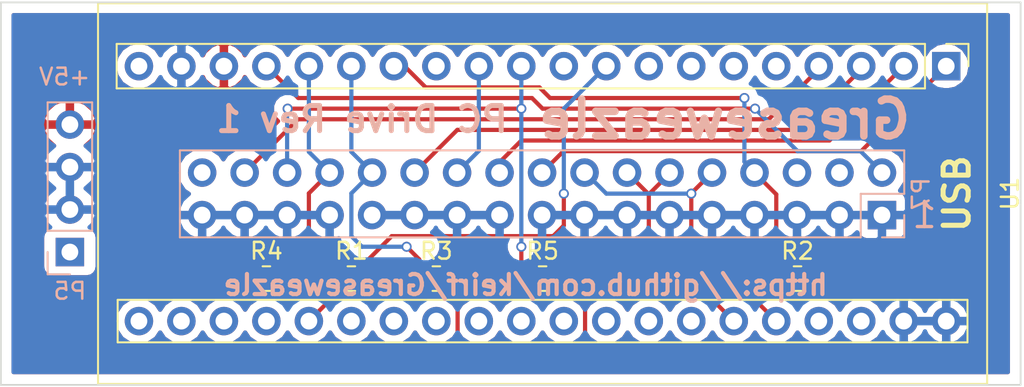
<source format=kicad_pcb>
(kicad_pcb (version 20211014) (generator pcbnew)
  (layers (0 "F.Cu" signal) (31 "B.Cu" signal) (34 "B.Paste" user) (35 "F.Paste" user) (36 "B.SilkS" user "B.Silkscreen") (37 "F.SilkS" user "F.Silkscreen") (38 "B.Mask" user) (39 "F.Mask" user) (44 "Edge.Cuts" user))
  (net 0 "")
  (net 1 "+5V")
  (net 2 "GND")
  (net 3 "/_MTR")
  (net 4 "/_INDEX")
  (net 5 "/_DIR")
  (net 6 "/_STEP")
  (net 7 "/_DKWD")
  (net 8 "/_DKWE")
  (net 9 "/_TRK0")
  (net 10 "/_WRPROT")
  (net 11 "/_DKRD")
  (net 12 "/_SIDE")
  (net 13 "/_DENSEL")
  (net 14 "/_SEL")
  (net 15 "/USB_CONN")
  (net 16 "/USB_DP")
  (net 24 "/SER_TX")
  (net 26 "/SER_RX")
  (net 28 "/USB_DM")
  (footprint "Resistor_SMD:R_0805_2012Metric_Pad1.20x1.40mm_HandSolder" (layer "F.Cu") (at 142.875 110.49 180)
    (fp_text reference "R3" (at 0 1.651 180) (layer "F.SilkS"))
    (fp_text value "1K")
    (fp_line (start -0.227064 0.735) (end 0.227064 0.735) (layer "F.SilkS") (width 0.12))
    (fp_line (start -0.227064 -0.735) (end 0.227064 -0.735) (layer "F.SilkS") (width 0.12))
    (pad "1" smd roundrect (at -1 0 180) (size 1.2 1.4) (layers "F.Cu" "F.Paste" "F.Mask") (roundrect_rratio 0.208333) (net 1 "+5V"))
    (pad "2" smd roundrect (at 1 0 180) (size 1.2 1.4) (layers "F.Cu" "F.Paste" "F.Mask") (roundrect_rratio 0.208333) (net 9 "/_TRK0"))
  )
  (footprint "Resistor_SMD:R_0805_2012Metric_Pad1.20x1.40mm_HandSolder" (layer "F.Cu") (at 132.715 110.49)
    (fp_text reference "R4" (at 0 -1.65) (layer "F.SilkS"))
    (fp_text value "1K")
    (fp_line (start -0.227064 -0.735) (end 0.227064 -0.735) (layer "F.SilkS") (width 0.12))
    (fp_line (start -0.227064 0.735) (end 0.227064 0.735) (layer "F.SilkS") (width 0.12))
    (pad "1" smd roundrect (at -1 0) (size 1.2 1.4) (layers "F.Cu" "F.Paste" "F.Mask") (roundrect_rratio 0.208333) (net 1 "+5V"))
    (pad "2" smd roundrect (at 1 0) (size 1.2 1.4) (layers "F.Cu" "F.Paste" "F.Mask") (roundrect_rratio 0.208333) (net 10 "/_WRPROT"))
  )
  (footprint "Resistor_SMD:R_0805_2012Metric_Pad1.20x1.40mm_HandSolder" (layer "F.Cu") (at 149.225 110.49 180)
    (fp_text reference "R5" (at 0 1.651 180) (layer "F.SilkS"))
    (fp_text value "1K")
    (fp_line (start -0.227064 -0.735) (end 0.227064 -0.735) (layer "F.SilkS") (width 0.12))
    (fp_line (start -0.227064 0.735) (end 0.227064 0.735) (layer "F.SilkS") (width 0.12))
    (pad "1" smd roundrect (at -1 0 180) (size 1.2 1.4) (layers "F.Cu" "F.Paste" "F.Mask") (roundrect_rratio 0.208333) (net 1 "+5V"))
    (pad "2" smd roundrect (at 1 0 180) (size 1.2 1.4) (layers "F.Cu" "F.Paste" "F.Mask") (roundrect_rratio 0.208333) (net 11 "/_DKRD"))
  )
  (footprint "Resistor_SMD:R_0805_2012Metric_Pad1.20x1.40mm_HandSolder" (layer "F.Cu") (at 137.795 110.49)
    (fp_text reference "R1" (at 0 -1.65) (layer "F.SilkS"))
    (fp_text value "1.5K")
    (fp_line (start -0.227064 -0.735) (end 0.227064 -0.735) (layer "F.SilkS") (width 0.12))
    (fp_line (start -0.227064 0.735) (end 0.227064 0.735) (layer "F.SilkS") (width 0.12))
    (pad "1" smd roundrect (at -1 0) (size 1.2 1.4) (layers "F.Cu" "F.Paste" "F.Mask") (roundrect_rratio 0.208333) (net 15 "/USB_CONN"))
    (pad "2" smd roundrect (at 1 0) (size 1.2 1.4) (layers "F.Cu" "F.Paste" "F.Mask") (roundrect_rratio 0.208333) (net 16 "/USB_DP"))
  )
  (footprint "Resistor_SMD:R_0805_2012Metric_Pad1.20x1.40mm_HandSolder" (layer "F.Cu") (at 164.465 110.49 180)
    (fp_text reference "R2" (at 0 1.651 180) (layer "F.SilkS"))
    (fp_text value "1K")
    (fp_line (start -0.227064 0.735) (end 0.227064 0.735) (layer "F.SilkS") (width 0.12))
    (fp_line (start -0.227064 -0.735) (end 0.227064 -0.735) (layer "F.SilkS") (width 0.12))
    (pad "1" smd roundrect (at -1 0 180) (size 1.2 1.4) (layers "F.Cu" "F.Paste" "F.Mask") (roundrect_rratio 0.208333) (net 1 "+5V"))
    (pad "2" smd roundrect (at 1 0 180) (size 1.2 1.4) (layers "F.Cu" "F.Paste" "F.Mask") (roundrect_rratio 0.208333) (net 4 "/_INDEX"))
  )
  (footprint "Footprints:YAAJ_BluePill_2" (layer "F.Cu") (at 173.355 97.79 -90)
    (fp_text reference "U1" (at 7.62 -3.81 -90) (layer "F.SilkS"))
    (fp_text value "YAAJ_BluePill_Part_Like" hide)
    (fp_line (start -1.33 49.59) (end -1.33 1.27) (layer "F.SilkS") (width 0.12))
    (fp_line (start 16.51 -1.27) (end 16.51 49.53) (layer "F.SilkS") (width 0.12))
    (fp_line (start -3.755 -2.445) (end 18.995 -2.445) (layer "F.SilkS") (width 0.12))
    (fp_line (start 18.995 -2.445) (end 18.995 50.705) (layer "F.SilkS") (width 0.12))
    (fp_line (start -1.33 -1.33) (end 0 -1.33) (layer "F.SilkS") (width 0.12))
    (fp_line (start 1.33 49.59) (end -1.33 49.59) (layer "F.SilkS") (width 0.12))
    (fp_line (start 13.97 49.53) (end 13.97 -1.27) (layer "F.SilkS") (width 0.12))
    (fp_line (start -1.33 0) (end -1.33 -1.33) (layer "F.SilkS") (width 0.12))
    (fp_line (start 16.51 49.53) (end 13.97 49.53) (layer "F.SilkS") (width 0.12))
    (fp_line (start 18.995 50.705) (end -3.755 50.705) (layer "F.SilkS") (width 0.12))
    (fp_line (start -1.33 1.27) (end 1.33 1.27) (layer "F.SilkS") (width 0.12))
    (fp_line (start -3.755 50.705) (end -3.755 -2.445) (layer "F.SilkS") (width 0.12))
    (fp_line (start 1.33 1.27) (end 1.33 49.59) (layer "F.SilkS") (width 0.12))
    (fp_line (start 13.97 -1.27) (end 16.51 -1.27) (layer "F.SilkS") (width 0.12))
    (pad "1" thru_hole rect (at 0 0 270) (size 1.7 1.7) (drill 1) (layers *.Cu *.Mask) (net 5 "/_DIR"))
    (pad "2" thru_hole circle (at 0 2.54 270) (size 1.7 1.7) (drill 1) (layers *.Cu *.Mask) (net 6 "/_STEP"))
    (pad "3" thru_hole circle (at 0 5.08 270) (size 1.7 1.7) (drill 1) (layers *.Cu *.Mask) (net 8 "/_DKWE"))
    (pad "4" thru_hole circle (at 0 7.62 270) (size 1.7 1.7) (drill 1) (layers *.Cu *.Mask) (net 12 "/_SIDE"))
    (pad "5" thru_hole circle (at 0 10.16 270) (size 1.7 1.7) (drill 1) (layers *.Cu *.Mask))
    (pad "6" thru_hole circle (at 0 12.7 270) (size 1.7 1.7) (drill 1) (layers *.Cu *.Mask) (net 24 "/SER_TX"))
    (pad "7" thru_hole circle (at 0 15.24 270) (size 1.7 1.7) (drill 1) (layers *.Cu *.Mask) (net 26 "/SER_RX"))
    (pad "8" thru_hole circle (at 0 17.78 270) (size 1.7 1.7) (drill 1) (layers *.Cu *.Mask) (net 28 "/USB_DM"))
    (pad "9" thru_hole circle (at 0 20.32 270) (size 1.7 1.7) (drill 1) (layers *.Cu *.Mask) (net 16 "/USB_DP"))
    (pad "10" thru_hole circle (at 0 22.86 270) (size 1.7 1.7) (drill 1) (layers *.Cu *.Mask))
    (pad "11" thru_hole circle (at 0 25.4 270) (size 1.7 1.7) (drill 1) (layers *.Cu *.Mask) (net 11 "/_DKRD"))
    (pad "12" thru_hole circle (at 0 27.94 270) (size 1.7 1.7) (drill 1) (layers *.Cu *.Mask) (net 7 "/_DKWD"))
    (pad "13" thru_hole circle (at 0 30.48 270) (size 1.7 1.7) (drill 1) (layers *.Cu *.Mask))
    (pad "14" thru_hole circle (at 0 33.02 270) (size 1.7 1.7) (drill 1) (layers *.Cu *.Mask) (net 4 "/_INDEX"))
    (pad "15" thru_hole circle (at 0 35.56 270) (size 1.7 1.7) (drill 1) (layers *.Cu *.Mask) (net 9 "/_TRK0"))
    (pad "16" thru_hole circle (at 0 38.1 270) (size 1.7 1.7) (drill 1) (layers *.Cu *.Mask) (net 10 "/_WRPROT"))
    (pad "17" thru_hole circle (at 0 40.64 270) (size 1.7 1.7) (drill 1) (layers *.Cu *.Mask) (net 13 "/_DENSEL"))
    (pad "18" thru_hole circle (at 0 43.18 270) (size 1.7 1.7) (drill 1) (layers *.Cu *.Mask) (net 1 "+5V"))
    (pad "19" thru_hole circle (at 0 45.72 270) (size 1.7 1.7) (drill 1) (layers *.Cu *.Mask) (net 2 "GND"))
    (pad "20" thru_hole circle (at 0 48.26 270) (size 1.7 1.7) (drill 1) (layers *.Cu *.Mask))
    (pad "21" thru_hole circle (at 15.24 48.26 270) (size 1.7 1.7) (drill 1) (layers *.Cu *.Mask))
    (pad "22" thru_hole circle (at 15.24 45.72 270) (size 1.7 1.7) (drill 1) (layers *.Cu *.Mask))
    (pad "23" thru_hole circle (at 15.24 43.18 270) (size 1.7 1.7) (drill 1) (layers *.Cu *.Mask))
    (pad "24" thru_hole circle (at 15.24 40.64 270) (size 1.7 1.7) (drill 1) (layers *.Cu *.Mask))
    (pad "25" thru_hole circle (at 15.24 38.1 270) (size 1.7 1.7) (drill 1) (layers *.Cu *.Mask) (net 15 "/USB_CONN"))
    (pad "26" thru_hole circle (at 15.24 35.56 270) (size 1.7 1.7) (drill 1) (layers *.Cu *.Mask))
    (pad "27" thru_hole circle (at 15.24 33.02 270) (size 1.7 1.7) (drill 1) (layers *.Cu *.Mask))
    (pad "28" thru_hole circle (at 15.24 30.48 270) (size 1.7 1.7) (drill 1) (layers *.Cu *.Mask))
    (pad "29" thru_hole circle (at 15.24 27.94 270) (size 1.7 1.7) (drill 1) (layers *.Cu *.Mask))
    (pad "30" thru_hole circle (at 15.24 25.4 270) (size 1.7 1.7) (drill 1) (layers *.Cu *.Mask))
    (pad "31" thru_hole circle (at 15.24 22.86 270) (size 1.7 1.7) (drill 1) (layers *.Cu *.Mask))
    (pad "32" thru_hole circle (at 15.24 20.32 270) (size 1.7 1.7) (drill 1) (layers *.Cu *.Mask))
    (pad "33" thru_hole circle (at 15.24 17.78 270) (size 1.7 1.7) (drill 1) (layers *.Cu *.Mask))
    (pad "34" thru_hole circle (at 15.24 15.24 270) (size 1.7 1.7) (drill 1) (layers *.Cu *.Mask))
    (pad "35" thru_hole circle (at 15.24 12.7 270) (size 1.7 1.7) (drill 1) (layers *.Cu *.Mask) (net 14 "/_SEL"))
    (pad "36" thru_hole circle (at 15.24 10.16 270) (size 1.7 1.7) (drill 1) (layers *.Cu *.Mask) (net 3 "/_MTR"))
    (pad "37" thru_hole circle (at 15.24 7.62 270) (size 1.7 1.7) (drill 1) (layers *.Cu *.Mask))
    (pad "38" thru_hole circle (at 15.24 5.08 270) (size 1.7 1.7) (drill 1) (layers *.Cu *.Mask))
    (pad "39" thru_hole circle (at 15.24 2.54 270) (size 1.7 1.7) (drill 1) (layers *.Cu *.Mask) (net 2 "GND"))
    (pad "40" thru_hole circle (at 15.24 0 270) (size 1.7 1.7) (drill 1) (layers *.Cu *.Mask) (net 2 "GND"))
  )
  (footprint "Connector_PinHeader_2.54mm:PinHeader_1x04_P2.54mm_Vertical" (layer "B.Cu") (at 120.9675 108.9025)
    (fp_text reference "P5" (at 0 2.33 180) (layer "B.SilkS") (effects (justify mirror)))
    (fp_text value "POWER")
    (fp_line (start -1.33 -1.27) (end 1.33 -1.27) (layer "B.SilkS") (width 0.12))
    (fp_line (start 1.33 -1.27) (end 1.33 -8.95) (layer "B.SilkS") (width 0.12))
    (fp_line (start -1.33 -8.95) (end 1.33 -8.95) (layer "B.SilkS") (width 0.12))
    (fp_line (start -1.33 -1.27) (end -1.33 -8.95) (layer "B.SilkS") (width 0.12))
    (fp_line (start -1.33 0) (end -1.33 1.33) (layer "B.SilkS") (width 0.12))
    (fp_line (start -1.33 1.33) (end 0 1.33) (layer "B.SilkS") (width 0.12))
    (pad "1" thru_hole rect (at 0 0) (size 1.7 1.7) (drill 1) (layers *.Cu *.Mask))
    (pad "2" thru_hole oval (at 0 -2.54) (size 1.7 1.7) (drill 1) (layers *.Cu *.Mask) (net 2 "GND"))
    (pad "3" thru_hole oval (at 0 -5.08) (size 1.7 1.7) (drill 1) (layers *.Cu *.Mask) (net 2 "GND"))
    (pad "4" thru_hole oval (at 0 -7.62) (size 1.7 1.7) (drill 1) (layers *.Cu *.Mask) (net 1 "+5V"))
  )
  (footprint "Connector_PinHeader_2.54mm:PinHeader_2x17_P2.54mm_Vertical" (layer "B.Cu") (at 169.514 106.69284 90)
    (fp_text reference "P7" (at 1.27 2.33 270) (layer "B.SilkS") (effects (justify mirror)))
    (fp_text value "FLOPPY")
    (fp_line (start 1.27 -1.27) (end 1.27 1.33) (layer "B.SilkS") (width 0.12))
    (fp_line (start -1.33 -1.27) (end 1.27 -1.27) (layer "B.SilkS") (width 0.12))
    (fp_line (start 1.27 1.33) (end 3.87 1.33) (layer "B.SilkS") (width 0.12))
    (fp_line (start -1.33 -1.27) (end -1.33 -41.97) (layer "B.SilkS") (width 0.12))
    (fp_line (start -1.33 -41.97) (end 3.87 -41.97) (layer "B.SilkS") (width 0.12))
    (fp_line (start 3.87 1.33) (end 3.87 -41.97) (layer "B.SilkS") (width 0.12))
    (fp_line (start -1.33 0) (end -1.33 1.33) (layer "B.SilkS") (width 0.12))
    (fp_line (start -1.33 1.33) (end 0 1.33) (layer "B.SilkS") (width 0.12))
    (pad "1" thru_hole rect (at 0 0 90) (size 1.7 1.7) (drill 1) (layers *.Cu *.Mask) (net 2 "GND"))
    (pad "2" thru_hole oval (at 2.54 0 90) (size 1.7 1.7) (drill 1) (layers *.Cu *.Mask) (net 13 "/_DENSEL"))
    (pad "3" thru_hole oval (at 0 -2.54 90) (size 1.7 1.7) (drill 1) (layers *.Cu *.Mask) (net 2 "GND"))
    (pad "4" thru_hole oval (at 2.54 -2.54 90) (size 1.7 1.7) (drill 1) (layers *.Cu *.Mask))
    (pad "5" thru_hole oval (at 0 -5.08 90) (size 1.7 1.7) (drill 1) (layers *.Cu *.Mask) (net 2 "GND"))
    (pad "6" thru_hole oval (at 2.54 -5.08 90) (size 1.7 1.7) (drill 1) (layers *.Cu *.Mask))
    (pad "7" thru_hole oval (at 0 -7.62 90) (size 1.7 1.7) (drill 1) (layers *.Cu *.Mask) (net 2 "GND"))
    (pad "8" thru_hole oval (at 2.54 -7.62 90) (size 1.7 1.7) (drill 1) (layers *.Cu *.Mask) (net 4 "/_INDEX"))
    (pad "9" thru_hole oval (at 0 -10.16 90) (size 1.7 1.7) (drill 1) (layers *.Cu *.Mask) (net 2 "GND"))
    (pad "10" thru_hole oval (at 2.54 -10.16 90) (size 1.7 1.7) (drill 1) (layers *.Cu *.Mask) (net 3 "/_MTR"))
    (pad "11" thru_hole oval (at 0 -12.7 90) (size 1.7 1.7) (drill 1) (layers *.Cu *.Mask) (net 2 "GND"))
    (pad "12" thru_hole oval (at 2.54 -12.7 90) (size 1.7 1.7) (drill 1) (layers *.Cu *.Mask) (net 14 "/_SEL"))
    (pad "13" thru_hole oval (at 0 -15.24 90) (size 1.7 1.7) (drill 1) (layers *.Cu *.Mask) (net 2 "GND"))
    (pad "14" thru_hole oval (at 2.54 -15.24 90) (size 1.7 1.7) (drill 1) (layers *.Cu *.Mask) (net 14 "/_SEL"))
    (pad "15" thru_hole oval (at 0 -17.78 90) (size 1.7 1.7) (drill 1) (layers *.Cu *.Mask) (net 2 "GND"))
    (pad "16" thru_hole oval (at 2.54 -17.78 90) (size 1.7 1.7) (drill 1) (layers *.Cu *.Mask) (net 3 "/_MTR"))
    (pad "17" thru_hole oval (at 0 -20.32 90) (size 1.7 1.7) (drill 1) (layers *.Cu *.Mask) (net 2 "GND"))
    (pad "18" thru_hole oval (at 2.54 -20.32 90) (size 1.7 1.7) (drill 1) (layers *.Cu *.Mask) (net 5 "/_DIR"))
    (pad "19" thru_hole oval (at 0 -22.86 90) (size 1.7 1.7) (drill 1) (layers *.Cu *.Mask) (net 2 "GND"))
    (pad "20" thru_hole oval (at 2.54 -22.86 90) (size 1.7 1.7) (drill 1) (layers *.Cu *.Mask) (net 6 "/_STEP"))
    (pad "21" thru_hole oval (at 0 -25.4 90) (size 1.7 1.7) (drill 1) (layers *.Cu *.Mask) (net 2 "GND"))
    (pad "22" thru_hole oval (at 2.54 -25.4 90) (size 1.7 1.7) (drill 1) (layers *.Cu *.Mask) (net 7 "/_DKWD"))
    (pad "23" thru_hole oval (at 0 -27.94 90) (size 1.7 1.7) (drill 1) (layers *.Cu *.Mask) (net 2 "GND"))
    (pad "24" thru_hole oval (at 2.54 -27.94 90) (size 1.7 1.7) (drill 1) (layers *.Cu *.Mask) (net 8 "/_DKWE"))
    (pad "25" thru_hole oval (at 0 -30.48 90) (size 1.7 1.7) (drill 1) (layers *.Cu *.Mask) (net 2 "GND"))
    (pad "26" thru_hole oval (at 2.54 -30.48 90) (size 1.7 1.7) (drill 1) (layers *.Cu *.Mask) (net 9 "/_TRK0"))
    (pad "27" thru_hole oval (at 0 -33.02 90) (size 1.7 1.7) (drill 1) (layers *.Cu *.Mask) (net 2 "GND"))
    (pad "28" thru_hole oval (at 2.54 -33.02 90) (size 1.7 1.7) (drill 1) (layers *.Cu *.Mask) (net 10 "/_WRPROT"))
    (pad "29" thru_hole oval (at 0 -35.56 90) (size 1.7 1.7) (drill 1) (layers *.Cu *.Mask) (net 2 "GND"))
    (pad "30" thru_hole oval (at 2.54 -35.56 90) (size 1.7 1.7) (drill 1) (layers *.Cu *.Mask) (net 11 "/_DKRD"))
    (pad "31" thru_hole oval (at 0 -38.1 90) (size 1.7 1.7) (drill 1) (layers *.Cu *.Mask) (net 2 "GND"))
    (pad "32" thru_hole oval (at 2.54 -38.1 90) (size 1.7 1.7) (drill 1) (layers *.Cu *.Mask) (net 12 "/_SIDE"))
    (pad "33" thru_hole oval (at 0 -40.64 90) (size 1.7 1.7) (drill 1) (layers *.Cu *.Mask) (net 2 "GND"))
    (pad "34" thru_hole oval (at 2.54 -40.64 90) (size 1.7 1.7) (drill 1) (layers *.Cu *.Mask))
  )
  (gr_line (start 116.84 116.84) (end 177.8 116.84) (layer "Edge.Cuts") (width 0.1))
  (gr_line (start 177.8 93.98) (end 116.84 93.98) (layer "Edge.Cuts") (width 0.1))
  (gr_line (start 116.84 93.98) (end 116.84 116.84) (layer "Edge.Cuts") (width 0.1))
  (gr_line (start 177.8 116.84) (end 177.8 93.98) (layer "Edge.Cuts") (width 0.1))
  (gr_text "https://github.com/keirf/Greaseweazle" (at 148.209 110.871) (layer "B.SilkS") (effects (font (size 1.2 1.2) (thickness 0.25)) (justify mirror)))
  (gr_text "1" (at 172.054 106.69284) (layer "B.SilkS") (effects (font (size 1.5 1.5) (thickness 0.2)) (justify mirror)))
  (gr_text "PC Drive Rev 1" (at 138.43 100.965) (layer "B.SilkS") (effects (font (size 1.5 1.5) (thickness 0.3)) (justify mirror)))
  (gr_text "Greaseweazle" (at 171.45 100.965) (layer "B.SilkS") (effects (font (size 2.2 2.2) (thickness 0.45)) (justify left mirror)))
  (gr_text "+5V" (at 120.65 98.425) (layer "B.SilkS") (effects (font (size 1 1)) (justify mirror)))
  (gr_text "USB" (at 173.99 105.41 90) (layer "F.SilkS") (effects (font (size 1.5 1.5) (thickness 0.3))))
  (segment (start 151.765 111.68) (end 151.765 114.935) (width 0.25) (layer "F.Cu") (net 1))
  (segment (start 144.145 110.735) (end 144.145 114.935) (width 0.25) (layer "F.Cu") (net 1))
  (segment (start 143.9 110.49) (end 144.145 110.735) (width 0.25) (layer "F.Cu") (net 1))
  (segment (start 150.575 110.49) (end 151.765 111.68) (width 0.25) (layer "F.Cu") (net 1))
  (segment (start 158.115 107.95) (end 158.115 105.39184) (width 0.25) (layer "F.Cu") (net 3))
  (segment (start 158.115 105.39184) (end 159.354 104.15284) (width 0.25) (layer "F.Cu") (net 3))
  (segment (start 158.115 105.41) (end 158.115 105.39184) (width 0.25) (layer "F.Cu") (net 3))
  (segment (start 163.195 113.03) (end 158.115 107.95) (width 0.25) (layer "F.Cu") (net 3))
  (via (at 158.115 105.41) (size 0.6) (drill 0.4) (layers "F.Cu" "B.Cu") (net 3))
  (segment (start 151.77784 104.15284) (end 153.035 105.41) (width 0.25) (layer "B.Cu") (net 3))
  (segment (start 153.035 105.41) (end 158.115 105.41) (width 0.25) (layer "B.Cu") (net 3))
  (segment (start 151.734 104.15284) (end 151.77784 104.15284) (width 0.25) (layer "B.Cu") (net 3))
  (segment (start 140.97 97.79) (end 142.24 99.06) (width 0.25) (layer "F.Cu") (net 4))
  (segment (start 142.24 99.06) (end 149.040002 99.06) (width 0.25) (layer "F.Cu") (net 4))
  (segment (start 149.040002 99.06) (end 149.675002 99.695) (width 0.25) (layer "F.Cu") (net 4))
  (segment (start 149.675002 99.695) (end 161.29 99.695) (width 0.25) (layer "F.Cu") (net 4))
  (segment (start 163.195 110.41) (end 163.195 105.45384) (width 0.25) (layer "F.Cu") (net 4))
  (segment (start 163.195 105.45384) (end 161.894 104.15284) (width 0.25) (layer "F.Cu") (net 4))
  (segment (start 163.115 110.49) (end 163.195 110.41) (width 0.25) (layer "F.Cu") (net 4))
  (segment (start 140.335 97.79) (end 140.97 97.79) (width 0.25) (layer "F.Cu") (net 4))
  (via (at 161.29 99.695) (size 0.6) (drill 0.4) (layers "F.Cu" "B.Cu") (net 4))
  (segment (start 161.29 99.695) (end 161.29 103.505) (width 0.25) (layer "B.Cu") (net 4))
  (segment (start 161.29 103.505) (end 161.894 104.109) (width 0.25) (layer "B.Cu") (net 4))
  (segment (start 161.894 104.109) (end 161.894 104.15284) (width 0.25) (layer "B.Cu") (net 4))
  (segment (start 168.275 102.87) (end 150.47684 102.87) (width 0.25) (layer "F.Cu") (net 5))
  (segment (start 150.47684 102.87) (end 149.194 104.15284) (width 0.25) (layer "F.Cu") (net 5))
  (segment (start 173.355 97.79) (end 168.275 102.87) (width 0.25) (layer "F.Cu") (net 5))
  (segment (start 166.37 102.235) (end 147.955 102.235) (width 0.25) (layer "F.Cu") (net 6))
  (segment (start 147.955 102.235) (end 146.654 103.536) (width 0.25) (layer "F.Cu") (net 6))
  (segment (start 146.654 103.536) (end 146.654 104.15284) (width 0.25) (layer "F.Cu") (net 6))
  (segment (start 170.815 97.79) (end 166.37 102.235) (width 0.25) (layer "F.Cu") (net 6))
  (segment (start 145.415 102.85184) (end 144.114 104.15284) (width 0.25) (layer "B.Cu") (net 7))
  (segment (start 145.415 97.79) (end 145.415 102.85184) (width 0.25) (layer "B.Cu") (net 7))
  (segment (start 168.275 97.974998) (end 164.649998 101.6) (width 0.25) (layer "F.Cu") (net 8))
  (segment (start 164.649998 101.6) (end 144.12684 101.6) (width 0.25) (layer "F.Cu") (net 8))
  (segment (start 144.12684 101.6) (end 141.574 104.15284) (width 0.25) (layer "F.Cu") (net 8))
  (segment (start 168.275 97.79) (end 168.275 97.974998) (width 0.25) (layer "F.Cu") (net 8))
  (segment (start 141.097 108.585) (end 141.85 109.338) (width 0.25) (layer "F.Cu") (net 9))
  (segment (start 141.85 109.338) (end 141.85 110.49) (width 0.25) (layer "F.Cu") (net 9))
  (via (at 141.097 108.585) (size 0.6) (drill 0.4) (layers "F.Cu" "B.Cu") (net 9))
  (segment (start 137.795 102.91384) (end 139.034 104.15284) (width 0.25) (layer "B.Cu") (net 9))
  (segment (start 137.795 97.79) (end 137.795 102.91384) (width 0.25) (layer "B.Cu") (net 9))
  (segment (start 137.795 107.95) (end 137.795 105.39184) (width 0.25) (layer "B.Cu") (net 9))
  (segment (start 137.795 105.39184) (end 139.034 104.15284) (width 0.25) (layer "B.Cu") (net 9))
  (segment (start 141.097 108.585) (end 138.43 108.585) (width 0.25) (layer "B.Cu") (net 9))
  (segment (start 138.43 108.585) (end 137.795 107.95) (width 0.25) (layer "B.Cu") (net 9))
  (segment (start 135.255 109.3) (end 135.255 105.39184) (width 0.25) (layer "F.Cu") (net 10))
  (segment (start 135.255 105.39184) (end 136.494 104.15284) (width 0.25) (layer "F.Cu") (net 10))
  (segment (start 134.065 110.49) (end 135.255 109.3) (width 0.25) (layer "F.Cu") (net 10))
  (segment (start 135.255 102.91384) (end 136.494 104.15284) (width 0.25) (layer "B.Cu") (net 10))
  (segment (start 135.255 97.79) (end 135.255 102.91384) (width 0.25) (layer "B.Cu") (net 10))
  (segment (start 147.955 100.33) (end 133.985 100.33) (width 0.25) (layer "F.Cu") (net 11))
  (segment (start 147.955 110.41) (end 147.955 108.585) (width 0.25) (layer "F.Cu") (net 11))
  (segment (start 147.875 110.49) (end 147.955 110.41) (width 0.25) (layer "F.Cu") (net 11))
  (via (at 133.985 100.33) (size 0.6) (drill 0.4) (layers "F.Cu" "B.Cu") (net 11))
  (via (at 147.955 100.33) (size 0.6) (drill 0.4) (layers "F.Cu" "B.Cu") (net 11))
  (via (at 147.955 108.585) (size 0.6) (drill 0.4) (layers "F.Cu" "B.Cu") (net 11))
  (segment (start 133.985 100.33) (end 133.954 100.361) (width 0.25) (layer "B.Cu") (net 11))
  (segment (start 133.954 100.361) (end 133.954 104.15284) (width 0.25) (layer "B.Cu") (net 11))
  (segment (start 147.955 108.585) (end 147.955 100.33) (width 0.25) (layer "B.Cu") (net 11))
  (segment (start 147.955 97.79) (end 147.955 100.33) (width 0.25) (layer "B.Cu") (net 11))
  (segment (start 165.735 97.974998) (end 162.744998 100.965) (width 0.25) (layer "F.Cu") (net 12))
  (segment (start 162.744998 100.965) (end 134.60184 100.965) (width 0.25) (layer "F.Cu") (net 12))
  (segment (start 134.60184 100.965) (end 131.414 104.15284) (width 0.25) (layer "F.Cu") (net 12))
  (segment (start 165.735 97.79) (end 165.735 97.974998) (width 0.25) (layer "F.Cu") (net 12))
  (segment (start 134.62 99.695) (end 148.59 99.695) (width 0.25) (layer "F.Cu") (net 13))
  (segment (start 148.59 99.695) (end 149.225 100.33) (width 0.25) (layer "F.Cu") (net 13))
  (segment (start 149.225 100.33) (end 161.925 100.33) (width 0.25) (layer "F.Cu") (net 13))
  (segment (start 132.715 97.79) (end 134.62 99.695) (width 0.25) (layer "F.Cu") (net 13))
  (via (at 161.925 100.33) (size 0.6) (drill 0.4) (layers "F.Cu" "B.Cu") (net 13))
  (segment (start 161.925 100.33) (end 164.465 102.87) (width 0.25) (layer "B.Cu") (net 13))
  (segment (start 164.465 102.87) (end 168.23116 102.87) (width 0.25) (layer "B.Cu") (net 13))
  (segment (start 168.23116 102.87) (end 169.514 104.15284) (width 0.25) (layer "B.Cu") (net 13))
  (segment (start 155.575 107.95) (end 155.575 105.45384) (width 0.25) (layer "F.Cu") (net 14))
  (segment (start 155.575 105.45384) (end 154.274 104.15284) (width 0.25) (layer "F.Cu") (net 14))
  (segment (start 156.814 104.21484) (end 155.575 105.45384) (width 0.25) (layer "F.Cu") (net 14))
  (segment (start 156.814 104.15284) (end 156.814 104.21484) (width 0.25) (layer "F.Cu") (net 14))
  (segment (start 160.655 113.03) (end 155.575 107.95) (width 0.25) (layer "F.Cu") (net 14))
  (segment (start 136.77 111.515) (end 136.77 110.49) (width 0.25) (layer "F.Cu") (net 15))
  (segment (start 135.255 113.03) (end 136.77 111.515) (width 0.25) (layer "F.Cu") (net 15))
  (segment (start 150.495 107.315) (end 150.495 105.41) (width 0.25) (layer "F.Cu") (net 16))
  (segment (start 138.82 110.49) (end 138.82 109.338) (width 0.25) (layer "F.Cu") (net 16))
  (segment (start 138.82 109.338) (end 140.208 107.95) (width 0.25) (layer "F.Cu") (net 16))
  (segment (start 149.86 107.95) (end 150.495 107.315) (width 0.25) (layer "F.Cu") (net 16))
  (segment (start 140.208 107.95) (end 149.86 107.95) (width 0.25) (layer "F.Cu") (net 16))
  (via (at 150.495 105.41) (size 0.6) (drill 0.4) (layers "F.Cu" "B.Cu") (net 16))
  (segment (start 150.495 105.41) (end 150.495 100.33) (width 0.25) (layer "B.Cu") (net 16))
  (segment (start 150.495 100.33) (end 153.035 97.79) (width 0.25) (layer "B.Cu") (net 16))
  (zone (net 1) (net_name "+5V") (layer "F.Cu") (connect_pads (clearance 0.508)) (min_thickness 0.254) (fill yes (thermal_gap 0.508) (thermal_bridge_width 0.508))
    (polygon (pts (xy 177.165 116.205) (xy 117.475 116.205) (xy 117.475 94.615) (xy 177.165 94.615)))
  )
  (zone (net 2) (net_name "GND") (layer "B.Cu") (connect_pads (clearance 0.508)) (min_thickness 0.254) (fill yes (thermal_gap 0.508) (thermal_bridge_width 0.508))
    (polygon (pts (xy 177.165 116.205) (xy 117.475 116.205) (xy 117.475 94.615) (xy 177.165 94.615)))
  )
)
</source>
